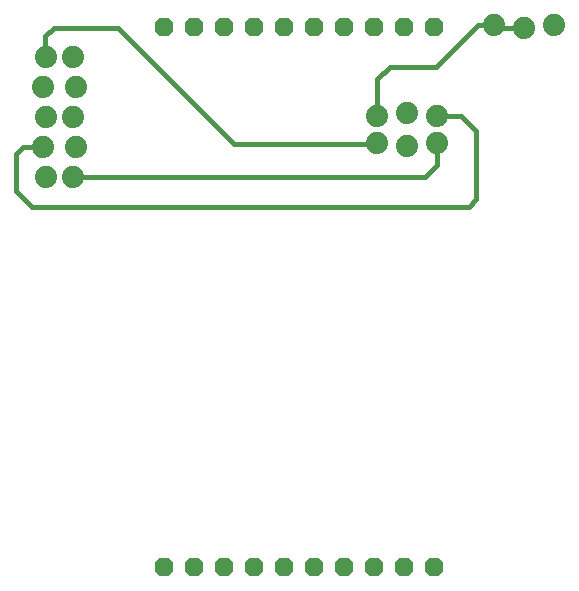
<source format=gbl>
G75*
%MOIN*%
%OFA0B0*%
%FSLAX25Y25*%
%IPPOS*%
%LPD*%
%AMOC8*
5,1,8,0,0,1.08239X$1,22.5*
%
%ADD10OC8,0.06300*%
%ADD11C,0.07400*%
%ADD12C,0.01600*%
D10*
X0060000Y0015000D03*
X0070000Y0015000D03*
X0080000Y0015000D03*
X0090000Y0015000D03*
X0100000Y0015000D03*
X0110000Y0015000D03*
X0120000Y0015000D03*
X0130000Y0015000D03*
X0140000Y0015000D03*
X0150000Y0015000D03*
X0150000Y0195000D03*
X0140000Y0195000D03*
X0130000Y0195000D03*
X0120000Y0195000D03*
X0110000Y0195000D03*
X0100000Y0195000D03*
X0090000Y0195000D03*
X0080000Y0195000D03*
X0070000Y0195000D03*
X0060000Y0195000D03*
D11*
X0030500Y0175000D03*
X0029500Y0165000D03*
X0020500Y0165000D03*
X0019500Y0155000D03*
X0020500Y0145000D03*
X0029500Y0145000D03*
X0030500Y0155000D03*
X0019500Y0175000D03*
X0020500Y0185000D03*
X0029500Y0185000D03*
X0131063Y0165131D03*
X0131037Y0156069D03*
X0141037Y0155069D03*
X0151037Y0156069D03*
X0151063Y0165131D03*
X0141063Y0166131D03*
X0170000Y0195500D03*
X0180000Y0194500D03*
X0190000Y0195500D03*
D12*
X0180000Y0194500D02*
X0170700Y0194500D01*
X0169700Y0195500D01*
X0170000Y0195500D01*
X0169700Y0195500D02*
X0164700Y0195500D01*
X0150800Y0181600D01*
X0135200Y0181600D01*
X0131000Y0177400D01*
X0131000Y0165194D01*
X0131063Y0165131D01*
X0131037Y0156069D02*
X0131000Y0156031D01*
X0083169Y0156031D01*
X0044600Y0194600D01*
X0023200Y0194600D01*
X0020400Y0191800D01*
X0020400Y0185100D01*
X0020500Y0185000D01*
X0019500Y0155000D02*
X0019400Y0154900D01*
X0013100Y0154900D01*
X0010700Y0152500D01*
X0010700Y0140300D01*
X0016100Y0134900D01*
X0161600Y0134900D01*
X0164100Y0137400D01*
X0164100Y0160100D01*
X0159069Y0165131D01*
X0151063Y0165131D01*
X0151037Y0156069D02*
X0151037Y0148937D01*
X0147000Y0144900D01*
X0029600Y0144900D01*
X0029500Y0145000D01*
M02*

</source>
